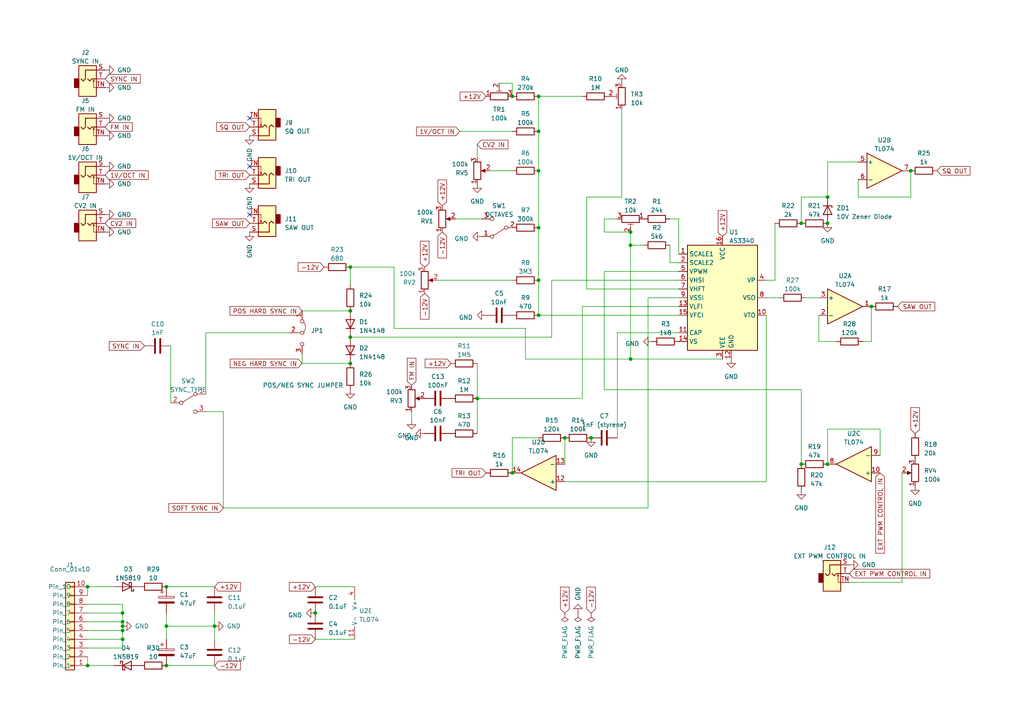
<source format=kicad_sch>
(kicad_sch (version 20230121) (generator eeschema)
  (paper "A4")
  (lib_symbols
    (symbol "Amplifier_Operational:TL074" (pin_names (offset 0.127))
      (property "Reference" "U" (at 0 5.08 0))
      (property "Value" "TL074" (at 0 -5.08 0))
      (symbol "TL074_1_1"
        (polyline (pts (xy -5.08 5.08) (xy 5.08 0) (xy -5.08 -5.08) (xy -5.08 5.08)) (stroke (width 0.254)) (fill (type background)))
        (pin output line (at 7.62 0 180) (length 2.54) (name "~") (number "1"))
        (pin input line (at -7.62 -2.54 0) (length 2.54) (name "-") (number "2"))
        (pin input line (at -7.62 2.54 0) (length 2.54) (name "+") (number "3"))
      )
      (symbol "TL074_2_1"
        (polyline (pts (xy -5.08 5.08) (xy 5.08 0) (xy -5.08 -5.08) (xy -5.08 5.08)) (stroke (width 0.254)) (fill (type background)))
        (pin input line (at -7.62 2.54 0) (length 2.54) (name "+") (number "5"))
        (pin input line (at -7.62 -2.54 0) (length 2.54) (name "-") (number "6"))
        (pin output line (at 7.62 0 180) (length 2.54) (name "~") (number "7"))
      )
      (symbol "TL074_3_1"
        (polyline (pts (xy -5.08 5.08) (xy 5.08 0) (xy -5.08 -5.08) (xy -5.08 5.08)) (stroke (width 0.254)) (fill (type background)))
        (pin input line (at -7.62 2.54 0) (length 2.54) (name "+") (number "10"))
        (pin output line (at 7.62 0 180) (length 2.54) (name "~") (number "8"))
        (pin input line (at -7.62 -2.54 0) (length 2.54) (name "-") (number "9"))
      )
      (symbol "TL074_4_1"
        (polyline (pts (xy -5.08 5.08) (xy 5.08 0) (xy -5.08 -5.08) (xy -5.08 5.08)) (stroke (width 0.254)) (fill (type background)))
        (pin input line (at -7.62 2.54 0) (length 2.54) (name "+") (number "12"))
        (pin input line (at -7.62 -2.54 0) (length 2.54) (name "-") (number "13"))
        (pin output line (at 7.62 0 180) (length 2.54) (name "~") (number "14"))
      )
      (symbol "TL074_5_1"
        (pin power_in line (at -2.54 -7.62 90) (length 3.81) (name "V-") (number "11"))
        (pin power_in line (at -2.54 7.62 270) (length 3.81) (name "V+") (number "4"))
      )
    )
    (symbol "Audio:AS3340"
      (property "Reference" "U" (at -5.08 17.78 0))
      (property "Value" "AS3340" (at 5.08 17.78 0))
      (symbol "AS3340_0_1"
        (rectangle (start -10.16 15.24) (end 10.16 -15.24) (stroke (width 0.254)) (fill (type background)))
      )
      (symbol "AS3340_1_1"
        (pin input line (at -12.7 12.7 0) (length 2.54) (name "SCALE1") (number "1"))
        (pin output line (at 12.7 -5.08 180) (length 2.54) (name "VTO") (number "10"))
        (pin passive line (at -12.7 -10.16 0) (length 2.54) (name "CAP") (number "11"))
        (pin power_in line (at 2.54 -17.78 90) (length 2.54) (name "GND") (number "12"))
        (pin input line (at -12.7 -2.54 0) (length 2.54) (name "VLFI") (number "13"))
        (pin passive line (at -12.7 -12.7 0) (length 2.54) (name "VS") (number "14"))
        (pin input line (at -12.7 -5.08 0) (length 2.54) (name "VFCI") (number "15"))
        (pin power_in line (at 0 17.78 270) (length 2.54) (name "VCC") (number "16"))
        (pin input line (at -12.7 10.16 0) (length 2.54) (name "SCALE2") (number "2"))
        (pin power_in line (at 0 -17.78 90) (length 2.54) (name "VEE") (number "3"))
        (pin output line (at 12.7 5.08 180) (length 2.54) (name "VP") (number "4"))
        (pin input line (at -12.7 7.62 0) (length 2.54) (name "VPWM") (number "5"))
        (pin input line (at -12.7 5.08 0) (length 2.54) (name "VHSI") (number "6"))
        (pin input line (at -12.7 2.54 0) (length 2.54) (name "VHFT") (number "7"))
        (pin output line (at 12.7 0 180) (length 2.54) (name "VSO") (number "8"))
        (pin input line (at -12.7 0 0) (length 2.54) (name "VSSI") (number "9"))
      )
    )
    (symbol "Connector_Audio:AudioJack2_SwitchT"
      (property "Reference" "J" (at 0 8.89 0))
      (property "Value" "AudioJack2_SwitchT" (at 0 6.35 0))
      (symbol "AudioJack2_SwitchT_0_1"
        (rectangle (start -2.54 0) (end -3.81 -2.54) (stroke (width 0.254)) (fill (type outline)))
        (polyline (pts (xy 1.778 -0.254) (xy 2.032 -0.762)))
        (polyline (pts (xy 0 0) (xy 0.635 -0.635) (xy 1.27 0) (xy 2.54 0)) (stroke (width 0.254)))
        (polyline (pts (xy 2.54 -2.54) (xy 1.778 -2.54) (xy 1.778 -0.254) (xy 1.524 -0.762)))
        (polyline (pts (xy 2.54 2.54) (xy -0.635 2.54) (xy -0.635 0) (xy -1.27 -0.635) (xy -1.905 0)) (stroke (width 0.254)))
        (rectangle (start 2.54 3.81) (end -2.54 -5.08) (stroke (width 0.254)) (fill (type background)))
      )
      (symbol "AudioJack2_SwitchT_1_1"
        (pin passive line (at 5.08 2.54 180) (length 2.54) (name "~") (number "S"))
        (pin passive line (at 5.08 0 180) (length 2.54) (name "~") (number "T"))
        (pin passive line (at 5.08 -2.54 180) (length 2.54) (name "~") (number "TN"))
      )
    )
    (symbol "Connector_Generic:Conn_01x10" (pin_names (offset 1.016))
      (property "Reference" "J" (at 0 12.7 0))
      (property "Value" "Conn_01x10" (at 0 -15.24 0))
      (symbol "Conn_01x10_1_1"
        (rectangle (start -1.27 -12.573) (end 0 -12.827) (stroke (width 0.1524)))
        (rectangle (start -1.27 -10.033) (end 0 -10.287) (stroke (width 0.1524)))
        (rectangle (start -1.27 -7.493) (end 0 -7.747) (stroke (width 0.1524)))
        (rectangle (start -1.27 -4.953) (end 0 -5.207) (stroke (width 0.1524)))
        (rectangle (start -1.27 -2.413) (end 0 -2.667) (stroke (width 0.1524)))
        (rectangle (start -1.27 0.127) (end 0 -0.127) (stroke (width 0.1524)))
        (rectangle (start -1.27 2.667) (end 0 2.413) (stroke (width 0.1524)))
        (rectangle (start -1.27 5.207) (end 0 4.953) (stroke (width 0.1524)))
        (rectangle (start -1.27 7.747) (end 0 7.493) (stroke (width 0.1524)))
        (rectangle (start -1.27 10.287) (end 0 10.033) (stroke (width 0.1524)))
        (rectangle (start -1.27 11.43) (end 1.27 -13.97) (stroke (width 0.254)) (fill (type background)))
        (pin passive line (at -5.08 10.16 0) (length 3.81) (name "Pin_1") (number "1"))
        (pin passive line (at -5.08 -12.7 0) (length 3.81) (name "Pin_10") (number "10"))
        (pin passive line (at -5.08 7.62 0) (length 3.81) (name "Pin_2") (number "2"))
        (pin passive line (at -5.08 5.08 0) (length 3.81) (name "Pin_3") (number "3"))
        (pin passive line (at -5.08 2.54 0) (length 3.81) (name "Pin_4") (number "4"))
        (pin passive line (at -5.08 0 0) (length 3.81) (name "Pin_5") (number "5"))
        (pin passive line (at -5.08 -2.54 0) (length 3.81) (name "Pin_6") (number "6"))
        (pin passive line (at -5.08 -5.08 0) (length 3.81) (name "Pin_7") (number "7"))
        (pin passive line (at -5.08 -7.62 0) (length 3.81) (name "Pin_8") (number "8"))
        (pin passive line (at -5.08 -10.16 0) (length 3.81) (name "Pin_9") (number "9"))
      )
    )
    (symbol "Device:C" (pin_numbers hide) (pin_names (offset 0.254))
      (property "Reference" "C" (at 0.635 2.54 0))
      (property "Value" "C" (at 0.635 -2.54 0))
      (symbol "C_0_1"
        (polyline (pts (xy -2.032 -0.762) (xy 2.032 -0.762)) (stroke (width 0.508)))
        (polyline (pts (xy -2.032 0.762) (xy 2.032 0.762)) (stroke (width 0.508)))
      )
      (symbol "C_1_1"
        (pin passive line (at 0 3.81 270) (length 2.794) (name "~") (number "1"))
        (pin passive line (at 0 -3.81 90) (length 2.794) (name "~") (number "2"))
      )
    )
    (symbol "Device:C_Polarized" (pin_numbers hide) (pin_names (offset 0.254))
      (property "Reference" "C" (at 0.635 2.54 0))
      (property "Value" "C_Polarized" (at 0.635 -2.54 0))
      (symbol "C_Polarized_0_1"
        (rectangle (start -2.286 0.508) (end 2.286 1.016))
        (polyline (pts (xy -1.778 2.286) (xy -0.762 2.286)))
        (polyline (pts (xy -1.27 2.794) (xy -1.27 1.778)))
        (rectangle (start 2.286 -0.508) (end -2.286 -1.016) (fill (type outline)))
      )
      (symbol "C_Polarized_1_1"
        (pin passive line (at 0 3.81 270) (length 2.794) (name "~") (number "1"))
        (pin passive line (at 0 -3.81 90) (length 2.794) (name "~") (number "2"))
      )
    )
    (symbol "Device:D" (pin_numbers hide) (pin_names (offset 1.016) hide)
      (property "Reference" "D" (at 0 2.54 0))
      (property "Value" "D" (at 0 -2.54 0))
      (symbol "D_0_1"
        (polyline (pts (xy -1.27 1.27) (xy -1.27 -1.27)) (stroke (width 0.254)))
        (polyline (pts (xy 1.27 0) (xy -1.27 0)))
        (polyline (pts (xy 1.27 1.27) (xy 1.27 -1.27) (xy -1.27 0) (xy 1.27 1.27)) (stroke (width 0.254)))
      )
      (symbol "D_1_1"
        (pin passive line (at -3.81 0 0) (length 2.54) (name "K") (number "1"))
        (pin passive line (at 3.81 0 180) (length 2.54) (name "A") (number "2"))
      )
    )
    (symbol "Device:D_Zener" (pin_numbers hide) (pin_names (offset 1.016) hide)
      (property "Reference" "D" (at 0 2.54 0))
      (property "Value" "D_Zener" (at 0 -2.54 0))
      (symbol "D_Zener_0_1"
        (polyline (pts (xy 1.27 0) (xy -1.27 0)))
        (polyline (pts (xy -1.27 -1.27) (xy -1.27 1.27) (xy -0.762 1.27)) (stroke (width 0.254)))
        (polyline (pts (xy 1.27 -1.27) (xy 1.27 1.27) (xy -1.27 0) (xy 1.27 -1.27)) (stroke (width 0.254)))
      )
      (symbol "D_Zener_1_1"
        (pin passive line (at -3.81 0 0) (length 2.54) (name "K") (number "1"))
        (pin passive line (at 3.81 0 180) (length 2.54) (name "A") (number "2"))
      )
    )
    (symbol "Device:R" (pin_numbers hide) (pin_names (offset 0))
      (property "Reference" "R" (at 2.032 0 90))
      (property "Value" "R" (at 0 0 90))
      (symbol "R_0_1"
        (rectangle (start -1.016 -2.54) (end 1.016 2.54) (stroke (width 0.254)))
      )
      (symbol "R_1_1"
        (pin passive line (at 0 3.81 270) (length 1.27) (name "~") (number "1"))
        (pin passive line (at 0 -3.81 90) (length 1.27) (name "~") (number "2"))
      )
    )
    (symbol "Device:R_Potentiometer" (pin_names (offset 1.016) hide)
      (property "Reference" "RV" (at -4.445 0 90))
      (property "Value" "R_Potentiometer" (at -2.54 0 90))
      (symbol "R_Potentiometer_0_1"
        (polyline (pts (xy 2.54 0) (xy 1.524 0)))
        (polyline (pts (xy 1.143 0) (xy 2.286 0.508) (xy 2.286 -0.508) (xy 1.143 0)) (fill (type outline)))
        (rectangle (start 1.016 2.54) (end -1.016 -2.54) (stroke (width 0.254)))
      )
      (symbol "R_Potentiometer_1_1"
        (pin passive line (at 0 3.81 270) (length 1.27) (name "1") (number "1"))
        (pin passive line (at 3.81 0 180) (length 1.27) (name "2") (number "2"))
        (pin passive line (at 0 -3.81 90) (length 1.27) (name "3") (number "3"))
      )
    )
    (symbol "Device:R_Potentiometer_Trim" (pin_names (offset 1.016) hide)
      (property "Reference" "RV" (at -4.445 0 90))
      (property "Value" "R_Potentiometer_Trim" (at -2.54 0 90))
      (symbol "R_Potentiometer_Trim_0_1"
        (polyline (pts (xy 1.524 0.762) (xy 1.524 -0.762)))
        (polyline (pts (xy 2.54 0) (xy 1.524 0)))
        (rectangle (start 1.016 2.54) (end -1.016 -2.54) (stroke (width 0.254)))
      )
      (symbol "R_Potentiometer_Trim_1_1"
        (pin passive line (at 0 3.81 270) (length 1.27) (name "1") (number "1"))
        (pin passive line (at 3.81 0 180) (length 1.27) (name "2") (number "2"))
        (pin passive line (at 0 -3.81 90) (length 1.27) (name "3") (number "3"))
      )
    )
    (symbol "Diode:1N5819" (pin_numbers hide) (pin_names (offset 1.016) hide)
      (property "Reference" "D" (at 0 2.54 0))
      (property "Value" "1N5819" (at 0 -2.54 0))
      (symbol "1N5819_0_1"
        (polyline (pts (xy 1.27 0) (xy -1.27 0)))
        (polyline (pts (xy 1.27 1.27) (xy 1.27 -1.27) (xy -1.27 0) (xy 1.27 1.27)) (stroke (width 0.254)))
        (polyline (pts (xy -1.905 0.635) (xy -1.905 1.27) (xy -1.27 1.27) (xy -1.27 -1.27) (xy -0.635 -1.27) (xy -0.635 -0.635)) (stroke (width 0.254)))
      )
      (symbol "1N5819_1_1"
        (pin passive line (at -3.81 0 0) (length 2.54) (name "K") (number "1"))
        (pin passive line (at 3.81 0 180) (length 2.54) (name "A") (number "2"))
      )
    )
    (symbol "GND_1" (power) (pin_names (offset 0))
      (property "Value" "GND_1" (at 0 -3.81 0))
      (symbol "GND_1_0_1"
        (polyline (pts (xy 0 0) (xy 0 -1.27) (xy 1.27 -1.27) (xy 0 -2.54) (xy -1.27 -1.27) (xy 0 -1.27)))
      )
      (symbol "GND_1_1_1"
        (pin power_in line (at 0 0 270) (length 0) hide (name "GND") (number "1"))
      )
    )
    (symbol "Jumper:Jumper_3_Bridged12" (pin_names (offset 0) hide)
      (property "Reference" "JP" (at -2.54 -2.54 0))
      (property "Value" "Jumper_3_Bridged12" (at 0 2.794 0))
      (symbol "Jumper_3_Bridged12_0_0"
        (circle (center -3.302 0) (radius 0.508))
        (circle (center 0 0) (radius 0.508))
        (circle (center 3.302 0) (radius 0.508))
      )
      (symbol "Jumper_3_Bridged12_0_1"
        (arc (start -0.254 0.508) (mid -1.651 0.9912) (end -3.048 0.508))
        (polyline (pts (xy 0 -1.27) (xy 0 -0.508)))
      )
      (symbol "Jumper_3_Bridged12_1_1"
        (pin passive line (at -6.35 0 0) (length 2.54) (name "A") (number "1"))
        (pin passive line (at 0 -3.81 90) (length 2.54) (name "C") (number "2"))
        (pin passive line (at 6.35 0 180) (length 2.54) (name "B") (number "3"))
      )
    )
    (symbol "Switch:SW_SPDT" (pin_names (offset 0) hide)
      (property "Reference" "SW" (at 0 4.318 0))
      (property "Value" "SW_SPDT" (at 0 -5.08 0))
      (symbol "SW_SPDT_0_0"
        (circle (center -2.032 0) (radius 0.508))
        (circle (center 2.032 -2.54) (radius 0.508))
      )
      (symbol "SW_SPDT_0_1"
        (polyline (pts (xy -1.524 0.254) (xy 1.651 2.286)))
        (circle (center 2.032 2.54) (radius 0.508))
      )
      (symbol "SW_SPDT_1_1"
        (pin passive line (at 5.08 2.54 180) (length 2.54) (name "A") (number "1"))
        (pin passive line (at -5.08 0 0) (length 2.54) (name "B") (number "2"))
        (pin passive line (at 5.08 -2.54 180) (length 2.54) (name "C") (number "3"))
      )
    )
    (symbol "power:GND" (power) (pin_names (offset 0))
      (property "Value" "GND" (at 0 -3.81 0))
      (symbol "GND_0_1"
        (polyline (pts (xy 0 0) (xy 0 -1.27) (xy 1.27 -1.27) (xy 0 -2.54) (xy -1.27 -1.27) (xy 0 -1.27)))
      )
      (symbol "GND_1_1"
        (pin power_in line (at 0 0 270) (length 0) hide (name "GND") (number "1"))
      )
    )
    (symbol "power:PWR_FLAG" (power) (pin_numbers hide) (pin_names (offset 0) hide)
      (property "Value" "PWR_FLAG" (at 0 3.81 0))
      (symbol "PWR_FLAG_0_0"
        (pin power_out line (at 0 0 90) (length 0) (name "pwr") (number "1"))
      )
      (symbol "PWR_FLAG_0_1"
        (polyline (pts (xy 0 0) (xy 0 1.27) (xy -1.016 1.905) (xy 0 2.54) (xy 1.016 1.905) (xy 0 1.27)))
      )
    )
  )
  (junction (at 232.41 64.77))
  (junction (at 156.21 66.04))
  (junction (at 148.59 27.94))
  (junction (at 148.59 137.16))
  (junction (at 48.26 170.18))
  (junction (at 240.03 64.77))
  (junction (at 91.44 177.8))
  (junction (at 240.03 57.15))
  (junction (at 182.88 71.12))
  (junction (at 35.56 180.34))
  (junction (at 35.56 182.88))
  (junction (at 101.6 90.17))
  (junction (at 156.21 49.53))
  (junction (at 48.26 181.61))
  (junction (at 171.45 127))
  (junction (at 101.6 97.79))
  (junction (at 182.88 67.31))
  (junction (at 48.26 193.04))
  (junction (at 138.43 115.57))
  (junction (at 156.21 91.44))
  (junction (at 232.41 134.62))
  (junction (at 35.56 185.42))
  (junction (at 156.21 81.28))
  (junction (at 163.83 127))
  (junction (at 35.56 181.61))
  (junction (at 25.4 170.18))
  (junction (at 156.21 27.94))
  (junction (at 35.56 177.8))
  (junction (at 156.21 38.1))
  (junction (at 62.23 181.61))
  (junction (at 264.16 49.53))
  (junction (at 252.73 88.9))
  (junction (at 240.03 134.62))
  (junction (at 101.6 105.41))
  (junction (at 182.88 104.14))
  (junction (at 101.6 77.47))
  (junction (at 25.4 193.04))
  (no_connect (at 72.39 48.26))
  (no_connect (at 72.39 62.23))
  (no_connect (at 72.39 34.29))
  (wire (pts (xy 156.21 81.28) (xy 156.21 91.44)))
  (wire (pts (xy 144.78 24.13) (xy 148.59 24.13)))
  (wire (pts (xy 194.31 76.2) (xy 194.31 71.12)))
  (wire (pts (xy 248.92 46.99) (xy 240.03 46.99)))
  (wire (pts (xy 163.83 139.7) (xy 222.25 139.7)))
  (wire (pts (xy 148.59 66.04) (xy 149.86 66.04)))
  (wire (pts (xy 48.26 181.61) (xy 62.23 181.61)))
  (wire (pts (xy 59.69 114.3) (xy 59.69 96.52)))
  (wire (pts (xy 196.85 88.9) (xy 168.91 88.9)))
  (wire (pts (xy 148.59 127) (xy 148.59 137.16)))
  (wire (pts (xy 187.96 147.32) (xy 187.96 86.36)))
  (wire (pts (xy 114.3 77.47) (xy 101.6 77.47)))
  (wire (pts (xy 160.02 81.28) (xy 160.02 97.79)))
  (wire (pts (xy 196.85 81.28) (xy 160.02 81.28)))
  (wire (pts (xy 33.02 193.04) (xy 25.4 193.04)))
  (wire (pts (xy 101.6 77.47) (xy 101.6 82.55)))
  (wire (pts (xy 35.56 187.96) (xy 35.56 185.42)))
  (wire (pts (xy 138.43 115.57) (xy 138.43 125.73)))
  (wire (pts (xy 25.4 175.26) (xy 35.56 175.26)))
  (wire (pts (xy 194.31 63.5) (xy 196.85 63.5)))
  (wire (pts (xy 25.4 180.34) (xy 35.56 180.34)))
  (wire (pts (xy 35.56 185.42) (xy 35.56 182.88)))
  (wire (pts (xy 240.03 46.99) (xy 240.03 57.15)))
  (wire (pts (xy 48.26 170.18) (xy 62.23 170.18)))
  (wire (pts (xy 248.92 52.07) (xy 248.92 57.15)))
  (wire (pts (xy 175.26 67.31) (xy 175.26 63.5)))
  (wire (pts (xy 196.85 96.52) (xy 179.07 96.52)))
  (wire (pts (xy 148.59 24.13) (xy 148.59 27.94)))
  (wire (pts (xy 160.02 97.79) (xy 101.6 97.79)))
  (wire (pts (xy 196.85 63.5) (xy 196.85 73.66)))
  (wire (pts (xy 25.4 187.96) (xy 35.56 187.96)))
  (wire (pts (xy 35.56 175.26) (xy 35.56 177.8)))
  (wire (pts (xy 232.41 113.03) (xy 232.41 134.62)))
  (wire (pts (xy 156.21 127) (xy 148.59 127)))
  (wire (pts (xy 224.79 81.28) (xy 224.79 64.77)))
  (wire (pts (xy 25.4 177.8) (xy 35.56 177.8)))
  (wire (pts (xy 232.41 57.15) (xy 232.41 64.77)))
  (wire (pts (xy 64.77 147.32) (xy 187.96 147.32)))
  (wire (pts (xy 180.34 31.75) (xy 180.34 57.15)))
  (wire (pts (xy 170.18 57.15) (xy 170.18 83.82)))
  (wire (pts (xy 180.34 57.15) (xy 170.18 57.15)))
  (wire (pts (xy 237.49 91.44) (xy 237.49 99.06)))
  (wire (pts (xy 224.79 81.28) (xy 222.25 81.28)))
  (wire (pts (xy 182.88 71.12) (xy 182.88 104.14)))
  (wire (pts (xy 240.03 57.15) (xy 232.41 57.15)))
  (wire (pts (xy 156.21 66.04) (xy 156.21 81.28)))
  (wire (pts (xy 48.26 181.61) (xy 48.26 185.42)))
  (wire (pts (xy 163.83 127) (xy 163.83 134.62)))
  (wire (pts (xy 127 81.28) (xy 148.59 81.28)))
  (wire (pts (xy 196.85 76.2) (xy 194.31 76.2)))
  (wire (pts (xy 48.26 177.8) (xy 48.26 181.61)))
  (wire (pts (xy 250.19 99.06) (xy 252.73 99.06)))
  (wire (pts (xy 148.59 38.1) (xy 133.35 38.1)))
  (wire (pts (xy 175.26 78.74) (xy 175.26 113.03)))
  (wire (pts (xy 255.27 124.46) (xy 240.03 124.46)))
  (wire (pts (xy 35.56 180.34) (xy 35.56 181.61)))
  (wire (pts (xy 25.4 185.42) (xy 35.56 185.42)))
  (wire (pts (xy 35.56 177.8) (xy 35.56 180.34)))
  (wire (pts (xy 222.25 86.36) (xy 226.06 86.36)))
  (wire (pts (xy 35.56 182.88) (xy 35.56 181.61)))
  (wire (pts (xy 246.38 168.91) (xy 261.62 168.91)))
  (wire (pts (xy 138.43 105.41) (xy 138.43 115.57)))
  (wire (pts (xy 156.21 38.1) (xy 156.21 49.53)))
  (wire (pts (xy 119.38 119.38) (xy 119.38 121.92)))
  (wire (pts (xy 138.43 41.91) (xy 138.43 45.72)))
  (wire (pts (xy 91.44 170.18) (xy 102.87 170.18)))
  (wire (pts (xy 182.88 71.12) (xy 186.69 71.12)))
  (wire (pts (xy 240.03 124.46) (xy 240.03 134.62)))
  (wire (pts (xy 170.18 83.82) (xy 196.85 83.82)))
  (wire (pts (xy 168.91 115.57) (xy 138.43 115.57)))
  (wire (pts (xy 156.21 27.94) (xy 168.91 27.94)))
  (wire (pts (xy 182.88 104.14) (xy 152.4 104.14)))
  (wire (pts (xy 87.63 90.17) (xy 101.6 90.17)))
  (wire (pts (xy 175.26 113.03) (xy 232.41 113.03)))
  (wire (pts (xy 252.73 99.06) (xy 252.73 88.9)))
  (wire (pts (xy 156.21 27.94) (xy 156.21 38.1)))
  (wire (pts (xy 182.88 104.14) (xy 209.55 104.14)))
  (wire (pts (xy 175.26 67.31) (xy 182.88 67.31)))
  (wire (pts (xy 182.88 71.12) (xy 182.88 67.31)))
  (wire (pts (xy 62.23 177.8) (xy 62.23 181.61)))
  (wire (pts (xy 152.4 95.25) (xy 114.3 95.25)))
  (wire (pts (xy 175.26 63.5) (xy 179.07 63.5)))
  (wire (pts (xy 48.26 193.04) (xy 62.23 193.04)))
  (wire (pts (xy 237.49 99.06) (xy 242.57 99.06)))
  (wire (pts (xy 179.07 96.52) (xy 179.07 127)))
  (wire (pts (xy 59.69 96.52) (xy 83.82 96.52)))
  (wire (pts (xy 25.4 182.88) (xy 35.56 182.88)))
  (wire (pts (xy 87.63 102.87) (xy 87.63 105.41)))
  (wire (pts (xy 168.91 88.9) (xy 168.91 115.57)))
  (wire (pts (xy 156.21 49.53) (xy 156.21 66.04)))
  (wire (pts (xy 233.68 86.36) (xy 237.49 86.36)))
  (wire (pts (xy 187.96 86.36) (xy 196.85 86.36)))
  (wire (pts (xy 62.23 181.61) (xy 62.23 185.42)))
  (wire (pts (xy 261.62 168.91) (xy 261.62 137.16)))
  (wire (pts (xy 87.63 105.41) (xy 101.6 105.41)))
  (wire (pts (xy 25.4 190.5) (xy 25.4 193.04)))
  (wire (pts (xy 255.27 132.08) (xy 255.27 124.46)))
  (wire (pts (xy 264.16 57.15) (xy 264.16 49.53)))
  (wire (pts (xy 196.85 78.74) (xy 175.26 78.74)))
  (wire (pts (xy 196.85 91.44) (xy 156.21 91.44)))
  (wire (pts (xy 114.3 95.25) (xy 114.3 77.47)))
  (wire (pts (xy 25.4 170.18) (xy 25.4 172.72)))
  (wire (pts (xy 248.92 57.15) (xy 264.16 57.15)))
  (wire (pts (xy 64.77 119.38) (xy 64.77 147.32)))
  (wire (pts (xy 152.4 104.14) (xy 152.4 95.25)))
  (wire (pts (xy 59.69 119.38) (xy 64.77 119.38)))
  (wire (pts (xy 132.08 63.5) (xy 139.7 63.5)))
  (wire (pts (xy 49.53 100.33) (xy 49.53 116.84)))
  (wire (pts (xy 148.59 49.53) (xy 142.24 49.53)))
  (wire (pts (xy 91.44 185.42) (xy 102.87 185.42)))
  (wire (pts (xy 222.25 139.7) (xy 222.25 91.44)))
  (wire (pts (xy 33.02 170.18) (xy 25.4 170.18)))
  (global_label "FM IN" (shape input) (at 30.48 36.83 0) (property "Intersheetrefs" "${INTERSHEET_REFS}" (effects hide)))
  (global_label "TRI OUT" (shape input) (at 72.39 50.8 180) (property "Intersheetrefs" "${INTERSHEET_REFS}" (effects hide)))
  (global_label "+12V" (shape input) (at 130.81 105.41 180) (property "Intersheetrefs" "${INTERSHEET_REFS}" (effects hide)))
  (global_label "SOFT SYNC IN" (shape input) (at 64.77 147.32 180) (property "Intersheetrefs" "${INTERSHEET_REFS}" (effects hide)))
  (global_label "-12V" (shape input) (at 91.44 185.42 180) (property "Intersheetrefs" "${INTERSHEET_REFS}" (effects hide)))
  (global_label "EXT PWM CONTROL IN" (shape input) (at 246.38 166.37 0) (property "Intersheetrefs" "${INTERSHEET_REFS}" (effects hide)))
  (global_label "TRI OUT" (shape input) (at 140.97 137.16 180) (property "Intersheetrefs" "${INTERSHEET_REFS}" (effects hide)))
  (global_label "SAW OUT" (shape input) (at 72.39 64.77 180) (property "Intersheetrefs" "${INTERSHEET_REFS}" (effects hide)))
  (global_label "-12V" (shape input) (at 171.45 177.8 90) (property "Intersheetrefs" "${INTERSHEET_REFS}" (effects hide)))
  (global_label "1V{slash}OCT IN" (shape input) (at 133.35 38.1 180) (property "Intersheetrefs" "${INTERSHEET_REFS}" (effects hide)))
  (global_label "FM IN" (shape input) (at 119.38 111.76 90) (property "Intersheetrefs" "${INTERSHEET_REFS}" (effects hide)))
  (global_label "+12V" (shape input) (at 91.44 170.18 180) (property "Intersheetrefs" "${INTERSHEET_REFS}" (effects hide)))
  (global_label "+12V" (shape input) (at 209.55 68.58 90) (property "Intersheetrefs" "${INTERSHEET_REFS}" (effects hide)))
  (global_label "-12V" (shape input) (at 62.23 193.04 0) (property "Intersheetrefs" "${INTERSHEET_REFS}" (effects hide)))
  (global_label "NEG HARD SYNC IN" (shape input) (at 87.63 105.41 180) (property "Intersheetrefs" "${INTERSHEET_REFS}" (effects hide)))
  (global_label "+12V" (shape input) (at 265.43 125.73 90) (property "Intersheetrefs" "${INTERSHEET_REFS}" (effects hide)))
  (global_label "+12V" (shape input) (at 163.83 177.8 90) (property "Intersheetrefs" "${INTERSHEET_REFS}" (effects hide)))
  (global_label "SQ OUT" (shape input) (at 271.78 49.53 0) (property "Intersheetrefs" "${INTERSHEET_REFS}" (effects hide)))
  (global_label "+12V" (shape input) (at 123.19 77.47 90) (property "Intersheetrefs" "${INTERSHEET_REFS}" (effects hide)))
  (global_label "1V{slash}OCT IN" (shape input) (at 30.48 50.8 0) (property "Intersheetrefs" "${INTERSHEET_REFS}" (effects hide)))
  (global_label "SYNC IN" (shape input) (at 41.91 100.33 180) (property "Intersheetrefs" "${INTERSHEET_REFS}" (effects hide)))
  (global_label "EXT PWM CONTROL IN" (shape input) (at 255.27 137.16 270) (property "Intersheetrefs" "${INTERSHEET_REFS}" (effects hide)))
  (global_label "SYNC IN" (shape input) (at 30.48 22.86 0) (property "Intersheetrefs" "${INTERSHEET_REFS}" (effects hide)))
  (global_label "SQ OUT" (shape input) (at 72.39 36.83 180) (property "Intersheetrefs" "${INTERSHEET_REFS}" (effects hide)))
  (global_label "CV2 IN" (shape input) (at 138.43 41.91 0) (property "Intersheetrefs" "${INTERSHEET_REFS}" (effects hide)))
  (global_label "CV2 IN" (shape input) (at 30.48 64.77 0) (property "Intersheetrefs" "${INTERSHEET_REFS}" (effects hide)))
  (global_label "+12V" (shape input) (at 128.27 59.69 90) (property "Intersheetrefs" "${INTERSHEET_REFS}" (effects hide)))
  (global_label "-12V" (shape input) (at 93.98 77.47 180) (property "Intersheetrefs" "${INTERSHEET_REFS}" (effects hide)))
  (global_label "-12V" (shape input) (at 123.19 85.09 270) (property "Intersheetrefs" "${INTERSHEET_REFS}" (effects hide)))
  (global_label "POS HARD SYNC IN" (shape input) (at 87.63 90.17 180) (property "Intersheetrefs" "${INTERSHEET_REFS}" (effects hide)))
  (global_label "+12V" (shape input) (at 140.97 27.94 180) (property "Intersheetrefs" "${INTERSHEET_REFS}" (effects hide)))
  (global_label "+12V" (shape input) (at 62.23 170.18 0) (property "Intersheetrefs" "${INTERSHEET_REFS}" (effects hide)))
  (global_label "-12V" (shape input) (at 128.27 67.31 270) (property "Intersheetrefs" "${INTERSHEET_REFS}" (effects hide)))
  (global_label "SAW OUT" (shape input) (at 260.35 88.9 0) (property "Intersheetrefs" "${INTERSHEET_REFS}" (effects hide)))
  (symbol (lib_id "Device:R") (at 134.62 105.41 90) (unit 1)
    (property "Reference" "R11" (at 134.62 100.33 90))
    (property "Value" "1M5" (at 134.62 102.87 90))
    (property "Footprint" "Resistor_THT:R_Axial_DIN0207_L6.3mm_D2.5mm_P2.54mm_Vertical" (effects hide))
  )
  (symbol (lib_id "power:GND") (at 138.43 53.34 0) (unit 1)
    (property "Reference" "#PWR02" (effects hide))
    (property "Value" "GND" (at 138.43 58.42 0))
  )
  (symbol (lib_id "Connector_Audio:AudioJack2_SwitchT") (at 77.47 36.83 180) (unit 1)
    (property "Reference" "J9" (at 82.55 35.56 0) (effects (justify right)))
    (property "Value" "SQ OUT" (at 82.55 38.1 0) (effects (justify right)))
    (property "Footprint" "Connector_Audio:Jack_3.5mm_QingPu_WQP-PJ398SM_Vertical_CircularHoles" (effects hide))
  )
  (symbol (lib_id "Device:R") (at 44.45 193.04 90) (unit 1)
    (property "Reference" "R30" (at 44.45 187.96 90))
    (property "Value" "10" (at 44.45 190.5 90))
    (property "Footprint" "Resistor_THT:R_Axial_DIN0207_L6.3mm_D2.5mm_P2.54mm_Vertical" (effects hide))
  )
  (symbol (lib_name "GND_1") (lib_id "power:GND") (at 30.48 53.34 90) (unit 1)
    (property "Reference" "#PWR026" (effects hide))
    (property "Value" "GND" (at 38.1 53.34 90) (effects (justify left)))
  )
  (symbol (lib_id "Connector_Audio:AudioJack2_SwitchT") (at 25.4 50.8 0) (unit 1)
    (property "Reference" "J6" (at 24.765 43.18 0))
    (property "Value" "1V/OCT IN" (at 24.765 45.72 0))
    (property "Footprint" "Connector_Audio:Jack_3.5mm_QingPu_WQP-PJ398SM_Vertical_CircularHoles" (effects hide))
  )
  (symbol (lib_id "Device:R_Potentiometer") (at 123.19 81.28 0) (mirror x) (unit 1)
    (property "Reference" "RV2" (at 120.65 81.915 0) (effects (justify right)))
    (property "Value" "100k" (at 120.65 79.375 0) (effects (justify right)))
    (property "Footprint" "Potentiometer_THT:Potentiometer_Alpha_RD901F-40-00D_Single_Vertical" (effects hide))
  )
  (symbol (lib_id "Connector_Audio:AudioJack2_SwitchT") (at 77.47 64.77 180) (unit 1)
    (property "Reference" "J11" (at 82.55 63.5 0) (effects (justify right)))
    (property "Value" "SAW OUT" (at 82.55 66.04 0) (effects (justify right)))
    (property "Footprint" "Connector_Audio:Jack_3.5mm_QingPu_WQP-PJ398SM_Vertical_CircularHoles" (effects hide))
  )
  (symbol (lib_id "Connector_Audio:AudioJack2_SwitchT") (at 241.3 166.37 0) (unit 1)
    (property "Reference" "J12" (at 240.665 158.75 0))
    (property "Value" "EXT PWM CONTROL IN" (at 240.665 161.29 0))
    (property "Footprint" "Connector_Audio:Jack_3.5mm_QingPu_WQP-PJ398SM_Vertical_CircularHoles" (effects hide))
  )
  (symbol (lib_id "Switch:SW_SPDT") (at 144.78 66.04 180) (unit 1)
    (property "Reference" "SW1" (at 144.78 59.69 0))
    (property "Value" "OCTAVES" (at 144.78 62.23 0))
    (property "Footprint" "Button_Switch_THT:SW_SPST_SPDT" (effects hide))
  )
  (symbol (lib_id "Amplifier_Operational:TL074") (at 156.21 137.16 180) (unit 4)
    (property "Reference" "U2" (at 156.21 128.27 0))
    (property "Value" "TL074" (at 156.21 130.81 0))
    (property "Footprint" "Package_DIP:DIP-14_W7.62mm_Socket" (effects hide))
    (property "Datasheet" "http://www.ti.com/lit/ds/symlink/tl071.pdf" (effects hide))
  )
  (symbol (lib_id "Device:C") (at 127 125.73 90) (unit 1)
    (property "Reference" "C6" (at 127 119.38 90))
    (property "Value" "10nF" (at 127 121.92 90))
    (property "Footprint" "Capacitor_THT:C_Disc_D6.0mm_W2.5mm_P5.00mm" (effects hide))
  )
  (symbol (lib_id "Device:R") (at 190.5 71.12 90) (unit 1)
    (property "Reference" "R2" (at 190.5 66.04 90))
    (property "Value" "5k6" (at 190.5 68.58 90))
    (property "Footprint" "Resistor_THT:R_Axial_DIN0207_L6.3mm_D2.5mm_P2.54mm_Vertical" (effects hide))
  )
  (symbol (lib_id "Device:C") (at 45.72 100.33 90) (unit 1)
    (property "Reference" "C10" (at 45.72 93.98 90))
    (property "Value" "1nF" (at 45.72 96.52 90))
    (property "Footprint" "Capacitor_THT:C_Disc_D6.0mm_W2.5mm_P5.00mm" (effects hide))
  )
  (symbol (lib_id "Device:R") (at 152.4 81.28 90) (unit 1)
    (property "Reference" "R8" (at 152.4 76.2 90))
    (property "Value" "3M3" (at 152.4 78.74 90))
    (property "Footprint" "Resistor_THT:R_Axial_DIN0207_L6.3mm_D2.5mm_P2.54mm_Vertical" (effects hide))
  )
  (symbol (lib_id "Device:R_Potentiometer") (at 265.43 137.16 180) (unit 1)
    (property "Reference" "RV4" (at 267.97 136.525 0) (effects (justify right)))
    (property "Value" "100k" (at 267.97 139.065 0) (effects (justify right)))
    (property "Footprint" "Potentiometer_THT:Potentiometer_Alpha_RD901F-40-00D_Single_Vertical" (effects hide))
  )
  (symbol (lib_id "Device:R") (at 101.6 86.36 180) (unit 1)
    (property "Reference" "R24" (at 104.14 85.725 0) (effects (justify right)))
    (property "Value" "10k" (at 104.14 88.265 0) (effects (justify right)))
    (property "Footprint" "Resistor_THT:R_Axial_DIN0207_L6.3mm_D2.5mm_P2.54mm_Vertical" (effects hide))
  )
  (symbol (lib_id "Device:R") (at 152.4 91.44 90) (unit 1)
    (property "Reference" "R9" (at 152.4 86.36 90))
    (property "Value" "470" (at 152.4 88.9 90))
    (property "Footprint" "Resistor_THT:R_Axial_DIN0207_L6.3mm_D2.5mm_P2.54mm_Vertical" (effects hide))
  )
  (symbol (lib_id "power:GND") (at 101.6 113.03 0) (unit 1)
    (property "Reference" "#PWR013" (effects hide))
    (property "Value" "GND" (at 101.6 118.11 0))
  )
  (symbol (lib_name "GND_1") (lib_id "power:GND") (at 30.48 25.4 90) (unit 1)
    (property "Reference" "#PWR020" (effects hide))
    (property "Value" "GND" (at 38.1 25.4 90) (effects (justify left)))
  )
  (symbol (lib_id "Device:R") (at 172.72 27.94 90) (unit 1)
    (property "Reference" "R10" (at 172.72 22.86 90))
    (property "Value" "1M" (at 172.72 25.4 90))
    (property "Footprint" "Resistor_THT:R_Axial_DIN0207_L6.3mm_D2.5mm_P2.54mm_Vertical" (effects hide))
  )
  (symbol (lib_id "Device:R") (at 229.87 86.36 90) (unit 1)
    (property "Reference" "R27" (at 229.87 81.28 90))
    (property "Value" "100k" (at 229.87 83.82 90))
    (property "Footprint" "Resistor_THT:R_Axial_DIN0207_L6.3mm_D2.5mm_P2.54mm_Vertical" (effects hide))
  )
  (symbol (lib_id "power:GND") (at 232.41 142.24 0) (unit 1)
    (property "Reference" "#PWR011" (effects hide))
    (property "Value" "GND" (at 232.41 147.32 0))
  )
  (symbol (lib_id "Device:C") (at 127 115.57 90) (unit 1)
    (property "Reference" "C13" (at 127 109.22 90))
    (property "Value" "100nF" (at 127 111.76 90))
    (property "Footprint" "Capacitor_THT:C_Disc_D6.0mm_W2.5mm_P5.00mm" (effects hide))
  )
  (symbol (lib_id "power:PWR_FLAG") (at 171.45 177.8 180) (unit 1)
    (property "Reference" "#FLG03" (effects hide))
    (property "Value" "PWR_FLAG" (at 171.4499 181.483 90) (effects (justify left)))
  )
  (symbol (lib_id "Diode:1N5819") (at 36.83 193.04 0) (unit 1)
    (property "Reference" "D4" (at 36.5125 187.96 0))
    (property "Value" "1N5819" (at 36.5125 190.5 0))
    (property "Footprint" "Diode_THT:D_DO-41_SOD81_P7.62mm_Horizontal" (effects hide))
    (property "Datasheet" "http://www.vishay.com/docs/88525/1n5817.pdf" (effects hide))
  )
  (symbol (lib_id "Device:R_Potentiometer") (at 138.43 49.53 0) (mirror x) (unit 1)
    (property "Reference" "RV5" (at 135.89 50.165 0) (effects (justify right)))
    (property "Value" "100k" (at 135.89 47.625 0) (effects (justify right)))
    (property "Footprint" "Potentiometer_THT:Potentiometer_Alpha_RD901F-40-00D_Single_Vertical" (effects hide))
  )
  (symbol (lib_id "Device:R_Potentiometer") (at 119.38 115.57 0) (mirror x) (unit 1)
    (property "Reference" "RV3" (at 116.84 116.205 0) (effects (justify right)))
    (property "Value" "100k" (at 116.84 113.665 0) (effects (justify right)))
    (property "Footprint" "Potentiometer_THT:Potentiometer_Alpha_RD901F-40-00D_Single_Vertical" (effects hide))
  )
  (symbol (lib_name "GND_1") (lib_id "power:GND") (at 30.48 48.26 90) (unit 1)
    (property "Reference" "#PWR025" (effects hide))
    (property "Value" "GND" (at 38.1 48.26 90) (effects (justify left)))
  )
  (symbol (lib_id "Device:R") (at 246.38 99.06 90) (unit 1)
    (property "Reference" "R28" (at 246.38 93.98 90))
    (property "Value" "120k" (at 246.38 96.52 90))
    (property "Footprint" "Resistor_THT:R_Axial_DIN0207_L6.3mm_D2.5mm_P2.54mm_Vertical" (effects hide))
  )
  (symbol (lib_id "power:GND") (at 62.23 181.61 90) (unit 1)
    (property "Reference" "#PWR017" (effects hide))
    (property "Value" "GND" (at 69.85 181.61 90) (effects (justify left)))
  )
  (symbol (lib_id "Device:R") (at 97.79 77.47 90) (unit 1)
    (property "Reference" "R23" (at 97.79 72.39 90))
    (property "Value" "680" (at 97.79 74.93 90))
    (property "Footprint" "Resistor_THT:R_Axial_DIN0207_L6.3mm_D2.5mm_P2.54mm_Vertical" (effects hide))
  )
  (symbol (lib_id "power:PWR_FLAG") (at 167.64 177.8 180) (unit 1)
    (property "Reference" "#FLG02" (effects hide))
    (property "Value" "PWR_FLAG" (at 167.6399 181.483 90) (effects (justify left)))
  )
  (symbol (lib_id "Device:C") (at 91.44 173.99 0) (unit 1)
    (property "Reference" "C2" (at 95.25 173.355 0) (effects (justify left)))
    (property "Value" "0.1uF" (at 95.25 175.895 0) (effects (justify left)))
    (property "Footprint" "Capacitor_THT:C_Disc_D6.0mm_W2.5mm_P5.00mm" (effects hide))
  )
  (symbol (lib_id "Connector_Audio:AudioJack2_SwitchT") (at 25.4 36.83 0) (unit 1)
    (property "Reference" "J5" (at 24.765 29.21 0))
    (property "Value" "FM IN" (at 24.765 31.75 0))
    (property "Footprint" "Connector_Audio:Jack_3.5mm_QingPu_WQP-PJ398SM_Vertical_CircularHoles" (effects hide))
  )
  (symbol (lib_id "Device:R") (at 101.6 109.22 180) (unit 1)
    (property "Reference" "R26" (at 104.14 108.585 0) (effects (justify right)))
    (property "Value" "10k" (at 104.14 111.125 0) (effects (justify right)))
    (property "Footprint" "Resistor_THT:R_Axial_DIN0207_L6.3mm_D2.5mm_P2.54mm_Vertical" (effects hide))
  )
  (symbol (lib_id "power:GND") (at 140.97 91.44 270) (unit 1)
    (property "Reference" "#PWR04" (effects hide))
    (property "Value" "GND" (at 137.16 92.075 90) (effects (justify right)))
  )
  (symbol (lib_id "Device:R") (at 44.45 170.18 90) (unit 1)
    (property "Reference" "R29" (at 44.45 165.1 90))
    (property "Value" "10" (at 44.45 167.64 90))
    (property "Footprint" "Resistor_THT:R_Axial_DIN0207_L6.3mm_D2.5mm_P2.54mm_Vertical" (effects hide))
  )
  (symbol (lib_id "Jumper:Jumper_3_Bridged12") (at 87.63 96.52 270) (unit 1)
    (property "Reference" "JP1" (at 90.17 95.885 90) (effects (justify left)))
    (property "Value" "POS/NEG SYNC JUMPER" (at 76.2 111.76 90) (effects (justify left)))
    (property "Footprint" "Jumper:SolderJumper-3_P1.3mm_Bridged12_Pad1.0x1.5mm" (effects hide))
  )
  (symbol (lib_id "Device:R") (at 232.41 138.43 0) (unit 1)
    (property "Reference" "R20" (at 234.95 137.795 0) (effects (justify left)))
    (property "Value" "47k" (at 234.95 140.335 0) (effects (justify left)))
    (property "Footprint" "Resistor_THT:R_Axial_DIN0207_L6.3mm_D2.5mm_P2.54mm_Vertical" (effects hide))
  )
  (symbol (lib_id "Device:R") (at 144.78 137.16 90) (unit 1)
    (property "Reference" "R16" (at 144.78 132.08 90))
    (property "Value" "1k" (at 144.78 134.62 90))
    (property "Footprint" "Resistor_THT:R_Axial_DIN0207_L6.3mm_D2.5mm_P2.54mm_Vertical" (effects hide))
  )
  (symbol (lib_id "Device:R") (at 152.4 49.53 90) (unit 1)
    (property "Reference" "R6" (at 152.4 44.45 90))
    (property "Value" "100k" (at 152.4 46.99 90))
    (property "Footprint" "Resistor_THT:R_Axial_DIN0207_L6.3mm_D2.5mm_P2.54mm_Vertical" (effects hide))
  )
  (symbol (lib_id "Connector_Audio:AudioJack2_SwitchT") (at 25.4 22.86 0) (unit 1)
    (property "Reference" "J2" (at 24.765 15.24 0))
    (property "Value" "SYNC IN" (at 24.765 17.78 0))
    (property "Footprint" "Connector_Audio:Jack_3.5mm_QingPu_WQP-PJ398SM_Vertical_CircularHoles" (effects hide))
  )
  (symbol (lib_id "Device:R") (at 236.22 64.77 90) (unit 1)
    (property "Reference" "R21" (at 236.22 59.69 90))
    (property "Value" "47k" (at 236.22 62.23 90))
    (property "Footprint" "Resistor_THT:R_Axial_DIN0207_L6.3mm_D2.5mm_P2.54mm_Vertical" (effects hide))
  )
  (symbol (lib_id "Connector_Audio:AudioJack2_SwitchT") (at 77.47 50.8 180) (unit 1)
    (property "Reference" "J10" (at 82.55 49.53 0) (effects (justify right)))
    (property "Value" "TRI OUT" (at 82.55 52.07 0) (effects (justify right)))
    (property "Footprint" "Connector_Audio:Jack_3.5mm_QingPu_WQP-PJ398SM_Vertical_CircularHoles" (effects hide))
  )
  (symbol (lib_id "Device:R") (at 256.54 88.9 90) (unit 1)
    (property "Reference" "R17" (at 256.54 83.82 90))
    (property "Value" "1k" (at 256.54 86.36 90))
    (property "Footprint" "Resistor_THT:R_Axial_DIN0207_L6.3mm_D2.5mm_P2.54mm_Vertical" (effects hide))
  )
  (symbol (lib_id "Amplifier_Operational:TL074") (at 247.65 134.62 180) (unit 3)
    (property "Reference" "U2" (at 247.65 125.73 0))
    (property "Value" "TL074" (at 247.65 128.27 0))
    (property "Footprint" "Package_DIP:DIP-14_W7.62mm_Socket" (effects hide))
    (property "Datasheet" "http://www.ti.com/lit/ds/symlink/tl071.pdf" (effects hide))
  )
  (symbol (lib_id "power:GND") (at 72.39 67.31 0) (unit 1)
    (property "Reference" "#PWR033" (effects hide))
    (property "Value" "GND" (at 72.39 74.93 90) (effects (justify left)))
  )
  (symbol (lib_id "power:GND") (at 167.64 177.8 180) (unit 1)
    (property "Reference" "#PWR018" (effects hide))
    (property "Value" "GND" (at 167.64 170.18 90) (effects (justify left)))
  )
  (symbol (lib_id "Connector_Generic:Conn_01x10") (at 20.32 182.88 180) (unit 1)
    (property "Reference" "J1" (at 20.32 163.83 0))
    (property "Value" "Conn_01x10" (at 20.32 165.1 0))
    (property "Footprint" "Connector_PinHeader_2.54mm:PinHeader_2x05_P2.54mm_Vertical_Shroud" (effects hide))
  )
  (symbol (lib_id "Device:D") (at 101.6 101.6 90) (unit 1)
    (property "Reference" "D2" (at 104.14 100.965 90) (effects (justify right)))
    (property "Value" "1N4148" (at 104.14 103.505 90) (effects (justify right)))
    (property "Footprint" "Diode_THT:D_DO-35_SOD27_P2.54mm_Vertical_KathodeUp" (effects hide))
    (property "Sim.Device" "D" (effects hide))
    (property "Sim.Pins" "1=K 2=A" (effects hide))
  )
  (symbol (lib_name "GND_1") (lib_id "power:GND") (at 246.38 163.83 90) (unit 1)
    (property "Reference" "#PWR034" (effects hide))
    (property "Value" "GND" (at 254 163.83 90) (effects (justify left)))
  )
  (symbol (lib_id "power:GND") (at 180.34 24.13 180) (unit 1)
    (property "Reference" "#PWR05" (effects hide))
    (property "Value" "GND" (at 180.34 20.32 0))
  )
  (symbol (lib_id "Device:C") (at 91.44 181.61 0) (unit 1)
    (property "Reference" "C4" (at 95.25 180.975 0) (effects (justify left)))
    (property "Value" "0.1uF" (at 95.25 183.515 0) (effects (justify left)))
    (property "Footprint" "Capacitor_THT:C_Disc_D6.0mm_W2.5mm_P5.00mm" (effects hide))
  )
  (symbol (lib_id "Device:D") (at 101.6 93.98 90) (unit 1)
    (property "Reference" "D1" (at 104.14 93.345 90) (effects (justify right)))
    (property "Value" "1N4148" (at 104.14 95.885 90) (effects (justify right)))
    (property "Footprint" "Diode_THT:D_DO-35_SOD27_P2.54mm_Vertical_KathodeUp" (effects hide))
    (property "Sim.Device" "D" (effects hide))
    (property "Sim.Pins" "1=K 2=A" (effects hide))
  )
  (symbol (lib_id "Device:R") (at 152.4 38.1 90) (unit 1)
    (property "Reference" "R5" (at 152.4 33.02 90))
    (property "Value" "100k" (at 152.4 35.56 90))
    (property "Footprint" "Resistor_THT:R_Axial_DIN0207_L6.3mm_D2.5mm_P2.54mm_Vertical" (effects hide))
  )
  (symbol (lib_id "Device:D_Zener") (at 240.03 60.96 270) (unit 1)
    (property "Reference" "ZD1" (at 242.57 60.325 90) (effects (justify left)))
    (property "Value" "10V Zener Diode" (at 242.57 62.865 90) (effects (justify left)))
    (property "Footprint" "Diode_THT:D_DO-35_SOD27_P2.54mm_Vertical_KathodeUp" (effects hide))
  )
  (symbol (lib_id "Switch:SW_SPDT") (at 54.61 116.84 0) (unit 1)
    (property "Reference" "SW2" (at 54.61 110.49 0))
    (property "Value" "SYNC_TYPE" (at 54.61 113.03 0))
    (property "Footprint" "Button_Switch_THT:SW_SPST_SPDT" (effects hide))
  )
  (symbol (lib_name "GND_1") (lib_id "power:GND") (at 30.48 20.32 90) (unit 1)
    (property "Reference" "#PWR014" (effects hide))
    (property "Value" "GND" (at 38.1 20.32 90) (effects (justify left)))
  )
  (symbol (lib_id "Device:C") (at 62.23 189.23 0) (unit 1)
    (property "Reference" "C12" (at 66.04 188.595 0) (effects (justify left)))
    (property "Value" "0.1uF" (at 66.04 191.135 0) (effects (justify left)))
    (property "Footprint" "Capacitor_THT:C_Disc_D6.0mm_W2.5mm_P5.00mm" (effects hide))
  )
  (symbol (lib_id "power:GND") (at 212.09 104.14 0) (unit 1)
    (property "Reference" "#PWR08" (effects hide))
    (property "Value" "GND" (at 212.09 109.22 0))
  )
  (symbol (lib_id "Diode:1N5819") (at 36.83 170.18 180) (unit 1)
    (property "Reference" "D3" (at 37.1475 165.1 0))
    (property "Value" "1N5819" (at 37.1475 167.64 0))
    (property "Footprint" "Diode_THT:D_DO-41_SOD81_P7.62mm_Horizontal" (effects hide))
    (property "Datasheet" "http://www.vishay.com/docs/88525/1n5817.pdf" (effects hide))
  )
  (symbol (lib_id "Device:R_Potentiometer_Trim") (at 144.78 27.94 90) (unit 1)
    (property "Reference" "TR1" (at 144.78 31.75 90))
    (property "Value" "100k" (at 144.78 34.29 90))
    (property "Footprint" "Potentiometer_THT:Potentiometer_Bourns_3296W_Vertical" (effects hide))
  )
  (symbol (lib_id "Device:C") (at 175.26 127 90) (unit 1)
    (property "Reference" "C7" (at 175.26 120.65 90))
    (property "Value" "1nF (styrene)" (at 175.26 123.19 90))
    (property "Footprint" "Capacitor_THT:C_Disc_D6.0mm_W2.5mm_P5.00mm" (effects hide))
  )
  (symbol (lib_id "Device:R") (at 236.22 134.62 270) (unit 1)
    (property "Reference" "R19" (at 236.22 129.54 90))
    (property "Value" "47k" (at 236.22 132.08 90))
    (property "Footprint" "Resistor_THT:R_Axial_DIN0207_L6.3mm_D2.5mm_P2.54mm_Vertical" (effects hide))
  )
  (symbol (lib_id "Device:R") (at 134.62 115.57 90) (unit 1)
    (property "Reference" "R12" (at 134.62 110.49 90))
    (property "Value" "1M" (at 134.62 113.03 90))
    (property "Footprint" "Resistor_THT:R_Axial_DIN0207_L6.3mm_D2.5mm_P2.54mm_Vertical" (effects hide))
  )
  (symbol (lib_id "Device:R") (at 160.02 127 90) (unit 1)
    (property "Reference" "R15" (at 160.02 121.92 90))
    (property "Value" "120k" (at 160.02 124.46 90))
    (property "Footprint" "Resistor_THT:R_Axial_DIN0207_L6.3mm_D2.5mm_P2.54mm_Vertical" (effects hide))
  )
  (symbol (lib_id "Device:R") (at 152.4 27.94 90) (unit 1)
    (property "Reference" "R4" (at 152.4 22.86 90))
    (property "Value" "270k" (at 152.4 25.4 90))
    (property "Footprint" "Resistor_THT:R_Axial_DIN0207_L6.3mm_D2.5mm_P2.54mm_Vertical" (effects hide))
  )
  (symbol (lib_id "power:GND") (at 72.39 53.34 0) (unit 1)
    (property "Reference" "#PWR032" (effects hide))
    (property "Value" "GND" (at 72.39 60.96 90) (effects (justify left)))
  )
  (symbol (lib_id "power:GND") (at 139.7 68.58 270) (unit 1)
    (property "Reference" "#PWR03" (effects hide))
    (property "Value" "GND" (at 135.89 69.215 90) (effects (justify right)))
  )
  (symbol (lib_id "Device:R") (at 265.43 129.54 180) (unit 1)
    (property "Reference" "R18" (at 267.97 128.905 0) (effects (justify right)))
    (property "Value" "20k" (at 267.97 131.445 0) (effects (justify right)))
    (property "Footprint" "Resistor_THT:R_Axial_DIN0207_L6.3mm_D2.5mm_P2.54mm_Vertical" (effects hide))
  )
  (symbol (lib_id "power:GND") (at 240.03 64.77 0) (unit 1)
    (property "Reference" "#PWR012" (effects hide))
    (property "Value" "GND" (at 240.03 69.85 0))
  )
  (symbol (lib_id "Device:R") (at 167.64 127 90) (unit 1)
    (property "Reference" "R14" (at 167.64 121.92 90))
    (property "Value" "100k" (at 167.64 124.46 90))
    (property "Footprint" "Resistor_THT:R_Axial_DIN0207_L6.3mm_D2.5mm_P2.54mm_Vertical" (effects hide))
  )
  (symbol (lib_id "power:GND") (at 265.43 140.97 0) (unit 1)
    (property "Reference" "#PWR010" (effects hide))
    (property "Value" "GND" (at 265.43 146.05 0))
  )
  (symbol (lib_id "power:PWR_FLAG") (at 163.83 177.8 180) (unit 1)
    (property "Reference" "#FLG01" (effects hide))
    (property "Value" "PWR_FLAG" (at 163.8299 181.483 90) (effects (justify left)))
  )
  (symbol (lib_id "Audio:AS3340") (at 209.55 86.36 0) (unit 1)
    (property "Reference" "U1" (at 211.5059 67.31 0) (effects (justify left)))
    (property "Value" "AS3340" (at 211.5059 69.85 0) (effects (justify left)))
    (property "Footprint" "Package_DIP:DIP-16_W7.62mm_Socket" (effects hide))
    (property "Datasheet" "http://www.alfarzpp.lv/eng/sc/AS3340.pdf" (effects hide))
  )
  (symbol (lib_id "Device:R") (at 190.5 63.5 90) (unit 1)
    (property "Reference" "R1" (at 190.5 58.42 90))
    (property "Value" "24k" (at 190.5 60.96 90))
    (property "Footprint" "Resistor_THT:R_Axial_DIN0207_L6.3mm_D2.5mm_P2.54mm_Vertical" (effects hide))
  )
  (symbol (lib_id "Device:C") (at 144.78 91.44 90) (unit 1)
    (property "Reference" "C5" (at 144.78 85.09 90))
    (property "Value" "10nF" (at 144.78 87.63 90))
    (property "Footprint" "Capacitor_THT:C_Disc_D6.0mm_W2.5mm_P5.00mm" (effects hide))
  )
  (symbol (lib_name "GND_1") (lib_id "power:GND") (at 30.48 67.31 90) (unit 1)
    (property "Reference" "#PWR028" (effects hide))
    (property "Value" "GND" (at 38.1 67.31 90) (effects (justify left)))
  )
  (symbol (lib_name "GND_1") (lib_id "power:GND") (at 35.56 181.61 90) (unit 1)
    (property "Reference" "#PWR016" (effects hide))
    (property "Value" "GND" (at 43.18 181.61 90) (effects (justify left)))
  )
  (symbol (lib_id "Device:C_Polarized") (at 48.26 173.99 0) (unit 1)
    (property "Reference" "C1" (at 52.07 172.466 0) (effects (justify left)))
    (property "Value" "47uF" (at 52.07 175.006 0) (effects (justify left)))
    (property "Footprint" "Capacitor_THT:CP_Radial_D4.0mm_P2.00mm" (effects hide))
  )
  (symbol (lib_id "Amplifier_Operational:TL074") (at 105.41 177.8 0) (unit 5)
    (property "Reference" "U2" (at 104.14 177.165 0) (effects (justify left)))
    (property "Value" "TL074" (at 104.14 179.705 0) (effects (justify left)))
    (property "Footprint" "Package_DIP:DIP-14_W7.62mm_Socket" (effects hide))
    (property "Datasheet" "http://www.ti.com/lit/ds/symlink/tl071.pdf" (effects hide))
  )
  (symbol (lib_id "Device:R") (at 228.6 64.77 90) (unit 1)
    (property "Reference" "R22" (at 228.6 59.69 90))
    (property "Value" "2k" (at 228.6 62.23 90))
    (property "Footprint" "Resistor_THT:R_Axial_DIN0207_L6.3mm_D2.5mm_P2.54mm_Vertical" (effects hide))
  )
  (symbol (lib_id "Device:C") (at 62.23 173.99 0) (unit 1)
    (property "Reference" "C11" (at 66.04 173.355 0) (effects (justify left)))
    (property "Value" "0.1uF" (at 66.04 175.895 0) (effects (justify left)))
    (property "Footprint" "Capacitor_THT:C_Disc_D6.0mm_W2.5mm_P5.00mm" (effects hide))
  )
  (symbol (lib_id "power:GND") (at 171.45 127 0) (unit 1)
    (property "Reference" "#PWR09" (effects hide))
    (property "Value" "GND" (at 171.45 132.08 0))
  )
  (symbol (lib_id "Connector_Audio:AudioJack2_SwitchT") (at 25.4 64.77 0) (unit 1)
    (property "Reference" "J7" (at 24.765 57.15 0))
    (property "Value" "CV2 IN" (at 24.765 59.69 0))
    (property "Footprint" "Connector_Audio:Jack_3.5mm_QingPu_WQP-PJ398SM_Vertical_CircularHoles" (effects hide))
  )
  (symbol (lib_name "GND_1") (lib_id "power:GND") (at 30.48 62.23 90) (unit 1)
    (property "Reference" "#PWR027" (effects hide))
    (property "Value" "GND" (at 38.1 62.23 90) (effects (justify left)))
  )
  (symbol (lib_id "Amplifier_Operational:TL074") (at 256.54 49.53 0) (unit 2)
    (property "Reference" "U2" (at 256.54 40.64 0))
    (property "Value" "TL074" (at 256.54 43.18 0))
    (property "Footprint" "Package_DIP:DIP-14_W7.62mm_Socket" (effects hide))
    (property "Datasheet" "http://www.ti.com/lit/ds/symlink/tl071.pdf" (effects hide))
  )
  (symbol (lib_id "Device:R") (at 193.04 99.06 90) (unit 1)
    (property "Reference" "R3" (at 193.04 93.98 90))
    (property "Value" "1k8" (at 193.04 96.52 90))
    (property "Footprint" "Resistor_THT:R_Axial_DIN0207_L6.3mm_D2.5mm_P2.54mm_Vertical" (effects hide))
  )
  (symbol (lib_id "Device:R") (at 152.4 66.04 90) (unit 1)
    (property "Reference" "R7" (at 152.4 60.96 90))
    (property "Value" "300k" (at 152.4 63.5 90))
    (property "Footprint" "Resistor_THT:R_Axial_DIN0207_L6.3mm_D2.5mm_P2.54mm_Vertical" (effects hide))
  )
  (symbol (lib_id "power:GND") (at 123.19 125.73 270) (unit 1)
    (property "Reference" "#PWR06" (effects hide))
    (property "Value" "GND" (at 119.38 126.365 90) (effects (justify right)))
  )
  (symbol (lib_id "Device:R_Potentiometer_Trim") (at 182.88 63.5 270) (unit 1)
    (property "Reference" "TR2" (at 182.88 58.42 90))
    (property "Value" "10k" (at 182.88 60.96 90))
    (property "Footprint" "Potentiometer_THT:Potentiometer_Bourns_3296W_Vertical" (effects hide))
  )
  (symbol (lib_id "power:GND") (at 72.39 39.37 0) (unit 1)
    (property "Reference" "#PWR031" (effects hide))
    (property "Value" "GND" (at 72.39 46.99 90) (effects (justify left)))
  )
  (symbol (lib_id "Device:R") (at 134.62 125.73 90) (unit 1)
    (property "Reference" "R13" (at 134.62 120.65 90))
    (property "Value" "470" (at 134.62 123.19 90))
    (property "Footprint" "Resistor_THT:R_Axial_DIN0207_L6.3mm_D2.5mm_P2.54mm_Vertical" (effects hide))
  )
  (symbol (lib_name "GND_1") (lib_id "power:GND") (at 30.48 39.37 90) (unit 1)
    (property "Reference" "#PWR024" (effects hide))
    (property "Value" "GND" (at 38.1 39.37 90) (effects (justify left)))
  )
  (symbol (lib_id "Device:R_Potentiometer_Trim") (at 180.34 27.94 180) (unit 1)
    (property "Reference" "TR3" (at 182.88 27.305 0) (effects (justify right)))
    (property "Value" "10k" (at 182.88 29.845 0) (effects (justify right)))
    (property "Footprint" "Potentiometer_THT:Potentiometer_Bourns_3296W_Vertical" (effects hide))
  )
  (symbol (lib_id "Device:C_Polarized") (at 48.26 189.23 0) (unit 1)
    (property "Reference" "C3" (at 52.07 187.706 0) (effects (justify left)))
    (property "Value" "47uF" (at 52.07 190.246 0) (effects (justify left)))
    (property "Footprint" "Capacitor_THT:CP_Radial_D4.0mm_P2.00mm" (effects hide))
  )
  (symbol (lib_id "power:GND") (at 119.38 121.92 0) (unit 1)
    (property "Reference" "#PWR07" (effects hide))
    (property "Value" "GND" (at 119.38 127 0))
  )
  (symbol (lib_id "Device:R_Potentiometer") (at 128.27 63.5 0) (mirror x) (unit 1)
    (property "Reference" "RV1" (at 125.73 64.135 0) (effects (justify right)))
    (property "Value" "100k" (at 125.73 61.595 0) (effects (justify right)))
    (property "Footprint" "Potentiometer_THT:Potentiometer_Alpha_RD901F-40-00D_Single_Vertical" (effects hide))
  )
  (symbol (lib_id "power:GND") (at 189.23 99.06 270) (unit 1)
    (property "Reference" "#PWR01" (effects hide))
    (property "Value" "GND" (at 185.42 99.695 90) (effects (justify right)))
  )
  (symbol (lib_id "Amplifier_Operational:TL074") (at 245.11 88.9 0) (unit 1)
    (property "Reference" "U2" (at 245.11 80.01 0))
    (property "Value" "TL074" (at 245.11 82.55 0))
    (property "Footprint" "Package_DIP:DIP-14_W7.62mm_Socket" (effects hide))
    (property "Datasheet" "http://www.ti.com/lit/ds/symlink/tl071.pdf" (effects hide))
  )
  (symbol (lib_id "Device:R") (at 267.97 49.53 90) (unit 1)
    (property "Reference" "R25" (at 267.97 44.45 90))
    (property "Value" "1k" (at 267.97 46.99 90))
    (property "Footprint" "Resistor_THT:R_Axial_DIN0207_L6.3mm_D2.5mm_P2.54mm_Vertical" (effects hide))
  )
  (symbol (lib_id "power:GND") (at 91.44 177.8 270) (unit 1)
    (property "Reference" "#PWR015" (effects hide))
    (property "Value" "GND" (at 87.63 178.435 90) (effects (justify right)))
  )
  (symbol (lib_name "GND_1") (lib_id "power:GND") (at 30.48 34.29 90) (unit 1)
    (property "Reference" "#PWR023" (effects hide))
    (property "Value" "GND" (at 38.1 34.29 90) (effects (justify left)))
  )
)
</source>
